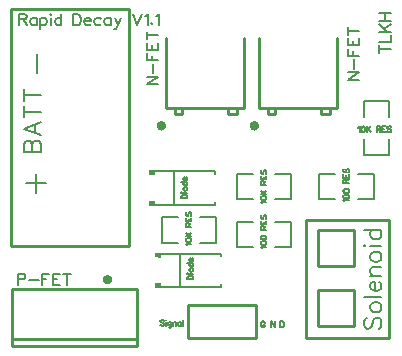
<source format=gto>
G04 Layer: TopSilkscreenLayer*
G04 EasyEDA v6.5.34, 2023-10-05 20:18:03*
G04 Gerber Generator version 0.2*
G04 Scale: 100 percent, Rotated: No, Reflected: No *
G04 Dimensions in millimeters *
G04 leading zeros omitted , absolute positions ,4 integer and 5 decimal *
%FSLAX45Y45*%
%MOMM*%

%ADD10C,0.2032*%
%ADD11C,0.2030*%
%ADD12C,0.2540*%
%ADD13C,0.1524*%
%ADD14C,0.4000*%
%ADD15C,0.0199*%

%LPD*%
D10*
X839215Y12966700D02*
G01*
X982471Y12966700D01*
X839215Y12966700D02*
G01*
X839215Y13028168D01*
X846073Y13048487D01*
X852931Y13055345D01*
X866394Y13062204D01*
X880110Y13062204D01*
X893826Y13055345D01*
X900684Y13048487D01*
X907542Y13028168D01*
X907542Y12966700D02*
G01*
X907542Y13028168D01*
X914145Y13048487D01*
X921004Y13055345D01*
X934720Y13062204D01*
X955039Y13062204D01*
X968755Y13055345D01*
X975613Y13048487D01*
X982471Y13028168D01*
X982471Y12966700D01*
X839215Y13161771D02*
G01*
X982471Y13107162D01*
X839215Y13161771D02*
G01*
X982471Y13216128D01*
X934720Y13127481D02*
G01*
X934720Y13195807D01*
X839215Y13309092D02*
G01*
X982471Y13309092D01*
X839215Y13261339D02*
G01*
X839215Y13356589D01*
X839215Y13449300D02*
G01*
X982471Y13449300D01*
X839215Y13401802D02*
G01*
X839215Y13497052D01*
X3582161Y13576300D02*
G01*
X3677665Y13576300D01*
X3582161Y13576300D02*
G01*
X3677665Y13640054D01*
X3582161Y13640054D02*
G01*
X3677665Y13640054D01*
X3636518Y13670026D02*
G01*
X3636518Y13751813D01*
X3582161Y13781786D02*
G01*
X3677665Y13781786D01*
X3582161Y13781786D02*
G01*
X3582161Y13840968D01*
X3627627Y13781786D02*
G01*
X3627627Y13818107D01*
X3582161Y13870939D02*
G01*
X3677665Y13870939D01*
X3582161Y13870939D02*
G01*
X3582161Y13929868D01*
X3627627Y13870939D02*
G01*
X3627627Y13907262D01*
X3677665Y13870939D02*
G01*
X3677665Y13929868D01*
X3582161Y13991844D02*
G01*
X3677665Y13991844D01*
X3582161Y13959839D02*
G01*
X3582161Y14023594D01*
X1880362Y13538200D02*
G01*
X1975865Y13538200D01*
X1880362Y13538200D02*
G01*
X1975865Y13601954D01*
X1880362Y13601954D02*
G01*
X1975865Y13601954D01*
X1934718Y13631926D02*
G01*
X1934718Y13713713D01*
X1880362Y13743686D02*
G01*
X1975865Y13743686D01*
X1880362Y13743686D02*
G01*
X1880362Y13802868D01*
X1925828Y13743686D02*
G01*
X1925828Y13780007D01*
X1880362Y13832839D02*
G01*
X1975865Y13832839D01*
X1880362Y13832839D02*
G01*
X1880362Y13891768D01*
X1925828Y13832839D02*
G01*
X1925828Y13869162D01*
X1975865Y13832839D02*
G01*
X1975865Y13891768D01*
X1880362Y13953744D02*
G01*
X1975865Y13953744D01*
X1880362Y13921739D02*
G01*
X1880362Y13985494D01*
X2171954Y12573000D02*
G01*
X2219706Y12573000D01*
X2171954Y12573000D02*
G01*
X2171954Y12589002D01*
X2174240Y12595605D01*
X2178811Y12600178D01*
X2183384Y12602463D01*
X2190241Y12604750D01*
X2201672Y12604750D01*
X2208529Y12602463D01*
X2212847Y12600178D01*
X2217420Y12595605D01*
X2219706Y12589002D01*
X2219706Y12573000D01*
X2171954Y12619736D02*
G01*
X2174240Y12622021D01*
X2171954Y12624308D01*
X2169668Y12622021D01*
X2171954Y12619736D01*
X2187956Y12622021D02*
G01*
X2219706Y12622021D01*
X2187956Y12650724D02*
G01*
X2190241Y12646152D01*
X2194813Y12641579D01*
X2201672Y12639294D01*
X2206243Y12639294D01*
X2212847Y12641579D01*
X2217420Y12646152D01*
X2219706Y12650724D01*
X2219706Y12657581D01*
X2217420Y12662154D01*
X2212847Y12666726D01*
X2206243Y12669012D01*
X2201672Y12669012D01*
X2194813Y12666726D01*
X2190241Y12662154D01*
X2187956Y12657581D01*
X2187956Y12650724D01*
X2171954Y12711176D02*
G01*
X2219706Y12711176D01*
X2194813Y12711176D02*
G01*
X2190241Y12706604D01*
X2187956Y12702031D01*
X2187956Y12695174D01*
X2190241Y12690602D01*
X2194813Y12686284D01*
X2201672Y12683997D01*
X2206243Y12683997D01*
X2212847Y12686284D01*
X2217420Y12690602D01*
X2219706Y12695174D01*
X2219706Y12702031D01*
X2217420Y12706604D01*
X2212847Y12711176D01*
X2201672Y12726162D02*
G01*
X2201672Y12753339D01*
X2197100Y12753339D01*
X2192527Y12751308D01*
X2190241Y12749021D01*
X2187956Y12744450D01*
X2187956Y12737592D01*
X2190241Y12733020D01*
X2194813Y12728447D01*
X2201672Y12726162D01*
X2206243Y12726162D01*
X2212847Y12728447D01*
X2217420Y12733020D01*
X2219706Y12737592D01*
X2219706Y12744450D01*
X2217420Y12749021D01*
X2212847Y12753339D01*
X2854197Y12534900D02*
G01*
X2851911Y12539471D01*
X2845054Y12546329D01*
X2892806Y12546329D01*
X2845054Y12574778D02*
G01*
X2847340Y12568174D01*
X2854197Y12563602D01*
X2865627Y12561315D01*
X2872486Y12561315D01*
X2883661Y12563602D01*
X2890520Y12568174D01*
X2892806Y12574778D01*
X2892806Y12579350D01*
X2890520Y12586208D01*
X2883661Y12590779D01*
X2872486Y12593065D01*
X2865627Y12593065D01*
X2854197Y12590779D01*
X2847340Y12586208D01*
X2845054Y12579350D01*
X2845054Y12574778D01*
X2845054Y12608052D02*
G01*
X2892806Y12608052D01*
X2845054Y12639802D02*
G01*
X2877058Y12608052D01*
X2865627Y12619481D02*
G01*
X2892806Y12639802D01*
X2845054Y12689839D02*
G01*
X2892806Y12689839D01*
X2845054Y12689839D02*
G01*
X2845054Y12710413D01*
X2847340Y12717271D01*
X2849625Y12719558D01*
X2854197Y12721844D01*
X2858770Y12721844D01*
X2863341Y12719558D01*
X2865627Y12717271D01*
X2867913Y12710413D01*
X2867913Y12689839D01*
X2867913Y12705842D02*
G01*
X2892806Y12721844D01*
X2845054Y12736829D02*
G01*
X2892806Y12736829D01*
X2845054Y12736829D02*
G01*
X2845054Y12766294D01*
X2867913Y12736829D02*
G01*
X2867913Y12754863D01*
X2892806Y12736829D02*
G01*
X2892806Y12766294D01*
X2851911Y12813029D02*
G01*
X2847340Y12808458D01*
X2845054Y12801600D01*
X2845054Y12792710D01*
X2847340Y12785852D01*
X2851911Y12781279D01*
X2856484Y12781279D01*
X2861056Y12783565D01*
X2863341Y12785852D01*
X2865627Y12790424D01*
X2870200Y12803886D01*
X2872486Y12808458D01*
X2874772Y12810744D01*
X2879343Y12813029D01*
X2885947Y12813029D01*
X2890520Y12808458D01*
X2892806Y12801600D01*
X2892806Y12792710D01*
X2890520Y12785852D01*
X2885947Y12781279D01*
X3670300Y13173202D02*
G01*
X3674872Y13175487D01*
X3681729Y13182345D01*
X3681729Y13134594D01*
X3710177Y13182345D02*
G01*
X3703574Y13180060D01*
X3699002Y13173202D01*
X3696715Y13161771D01*
X3696715Y13154913D01*
X3699002Y13143737D01*
X3703574Y13136879D01*
X3710177Y13134594D01*
X3714750Y13134594D01*
X3721608Y13136879D01*
X3726179Y13143737D01*
X3728465Y13154913D01*
X3728465Y13161771D01*
X3726179Y13173202D01*
X3721608Y13180060D01*
X3714750Y13182345D01*
X3710177Y13182345D01*
X3743452Y13182345D02*
G01*
X3743452Y13134594D01*
X3775202Y13182345D02*
G01*
X3743452Y13150342D01*
X3754881Y13161771D02*
G01*
X3775202Y13134594D01*
X3825240Y13182345D02*
G01*
X3825240Y13134594D01*
X3825240Y13182345D02*
G01*
X3845813Y13182345D01*
X3852672Y13180060D01*
X3854958Y13177774D01*
X3857243Y13173202D01*
X3857243Y13168629D01*
X3854958Y13164057D01*
X3852672Y13161771D01*
X3845813Y13159486D01*
X3825240Y13159486D01*
X3841241Y13159486D02*
G01*
X3857243Y13134594D01*
X3872229Y13182345D02*
G01*
X3872229Y13134594D01*
X3872229Y13182345D02*
G01*
X3901693Y13182345D01*
X3872229Y13159486D02*
G01*
X3890263Y13159486D01*
X3872229Y13134594D02*
G01*
X3901693Y13134594D01*
X3948429Y13175487D02*
G01*
X3943858Y13180060D01*
X3937000Y13182345D01*
X3928109Y13182345D01*
X3921252Y13180060D01*
X3916679Y13175487D01*
X3916679Y13170916D01*
X3918965Y13166344D01*
X3921252Y13164057D01*
X3925824Y13161771D01*
X3939286Y13157200D01*
X3943858Y13154913D01*
X3946143Y13152628D01*
X3948429Y13148055D01*
X3948429Y13141452D01*
X3943858Y13136879D01*
X3937000Y13134594D01*
X3928109Y13134594D01*
X3921252Y13136879D01*
X3916679Y13141452D01*
X2219197Y12179300D02*
G01*
X2216911Y12183871D01*
X2210054Y12190729D01*
X2257806Y12190729D01*
X2210054Y12219178D02*
G01*
X2212340Y12212574D01*
X2219197Y12208002D01*
X2230627Y12205715D01*
X2237486Y12205715D01*
X2248661Y12208002D01*
X2255520Y12212574D01*
X2257806Y12219178D01*
X2257806Y12223750D01*
X2255520Y12230608D01*
X2248661Y12235179D01*
X2237486Y12237465D01*
X2230627Y12237465D01*
X2219197Y12235179D01*
X2212340Y12230608D01*
X2210054Y12223750D01*
X2210054Y12219178D01*
X2210054Y12252452D02*
G01*
X2257806Y12252452D01*
X2210054Y12284202D02*
G01*
X2242058Y12252452D01*
X2230627Y12263881D02*
G01*
X2257806Y12284202D01*
X2210054Y12334239D02*
G01*
X2257806Y12334239D01*
X2210054Y12334239D02*
G01*
X2210054Y12354813D01*
X2212340Y12361671D01*
X2214625Y12363958D01*
X2219197Y12366244D01*
X2223770Y12366244D01*
X2228341Y12363958D01*
X2230627Y12361671D01*
X2232913Y12354813D01*
X2232913Y12334239D01*
X2232913Y12350242D02*
G01*
X2257806Y12366244D01*
X2210054Y12381229D02*
G01*
X2257806Y12381229D01*
X2210054Y12381229D02*
G01*
X2210054Y12410694D01*
X2232913Y12381229D02*
G01*
X2232913Y12399263D01*
X2257806Y12381229D02*
G01*
X2257806Y12410694D01*
X2216911Y12457429D02*
G01*
X2212340Y12452858D01*
X2210054Y12446000D01*
X2210054Y12437110D01*
X2212340Y12430252D01*
X2216911Y12425679D01*
X2221484Y12425679D01*
X2226056Y12427965D01*
X2228341Y12430252D01*
X2230627Y12434824D01*
X2235200Y12448286D01*
X2237486Y12452858D01*
X2239772Y12455144D01*
X2244343Y12457429D01*
X2250947Y12457429D01*
X2255520Y12452858D01*
X2257806Y12446000D01*
X2257806Y12437110D01*
X2255520Y12430252D01*
X2250947Y12425679D01*
X2854197Y12153900D02*
G01*
X2851911Y12158471D01*
X2845054Y12165329D01*
X2892806Y12165329D01*
X2845054Y12193778D02*
G01*
X2847340Y12187174D01*
X2854197Y12182602D01*
X2865627Y12180315D01*
X2872486Y12180315D01*
X2883661Y12182602D01*
X2890520Y12187174D01*
X2892806Y12193778D01*
X2892806Y12198350D01*
X2890520Y12205208D01*
X2883661Y12209779D01*
X2872486Y12212065D01*
X2865627Y12212065D01*
X2854197Y12209779D01*
X2847340Y12205208D01*
X2845054Y12198350D01*
X2845054Y12193778D01*
X2845054Y12240768D02*
G01*
X2847340Y12233910D01*
X2854197Y12229337D01*
X2865627Y12227052D01*
X2872486Y12227052D01*
X2883661Y12229337D01*
X2890520Y12233910D01*
X2892806Y12240768D01*
X2892806Y12245339D01*
X2890520Y12252197D01*
X2883661Y12256515D01*
X2872486Y12258802D01*
X2865627Y12258802D01*
X2854197Y12256515D01*
X2847340Y12252197D01*
X2845054Y12245339D01*
X2845054Y12240768D01*
X2845054Y12308839D02*
G01*
X2892806Y12308839D01*
X2845054Y12308839D02*
G01*
X2845054Y12329413D01*
X2847340Y12336271D01*
X2849625Y12338558D01*
X2854197Y12340844D01*
X2858770Y12340844D01*
X2863341Y12338558D01*
X2865627Y12336271D01*
X2867913Y12329413D01*
X2867913Y12308839D01*
X2867913Y12324842D02*
G01*
X2892806Y12340844D01*
X2845054Y12355829D02*
G01*
X2892806Y12355829D01*
X2845054Y12355829D02*
G01*
X2845054Y12385294D01*
X2867913Y12355829D02*
G01*
X2867913Y12373863D01*
X2892806Y12355829D02*
G01*
X2892806Y12385294D01*
X2851911Y12432029D02*
G01*
X2847340Y12427458D01*
X2845054Y12420600D01*
X2845054Y12411710D01*
X2847340Y12404852D01*
X2851911Y12400279D01*
X2856484Y12400279D01*
X2861056Y12402565D01*
X2863341Y12404852D01*
X2865627Y12409424D01*
X2870200Y12422886D01*
X2872486Y12427458D01*
X2874772Y12429744D01*
X2879343Y12432029D01*
X2885947Y12432029D01*
X2890520Y12427458D01*
X2892806Y12420600D01*
X2892806Y12411710D01*
X2890520Y12404852D01*
X2885947Y12400279D01*
X3552697Y12547600D02*
G01*
X3550411Y12552171D01*
X3543554Y12559029D01*
X3591306Y12559029D01*
X3543554Y12587478D02*
G01*
X3545840Y12580874D01*
X3552697Y12576302D01*
X3564127Y12574015D01*
X3570986Y12574015D01*
X3582161Y12576302D01*
X3589020Y12580874D01*
X3591306Y12587478D01*
X3591306Y12592050D01*
X3589020Y12598908D01*
X3582161Y12603479D01*
X3570986Y12605765D01*
X3564127Y12605765D01*
X3552697Y12603479D01*
X3545840Y12598908D01*
X3543554Y12592050D01*
X3543554Y12587478D01*
X3543554Y12634468D02*
G01*
X3545840Y12627610D01*
X3552697Y12623037D01*
X3564127Y12620752D01*
X3570986Y12620752D01*
X3582161Y12623037D01*
X3589020Y12627610D01*
X3591306Y12634468D01*
X3591306Y12639039D01*
X3589020Y12645897D01*
X3582161Y12650215D01*
X3570986Y12652502D01*
X3564127Y12652502D01*
X3552697Y12650215D01*
X3545840Y12645897D01*
X3543554Y12639039D01*
X3543554Y12634468D01*
X3543554Y12702539D02*
G01*
X3591306Y12702539D01*
X3543554Y12702539D02*
G01*
X3543554Y12723113D01*
X3545840Y12729971D01*
X3548125Y12732258D01*
X3552697Y12734544D01*
X3557270Y12734544D01*
X3561841Y12732258D01*
X3564127Y12729971D01*
X3566413Y12723113D01*
X3566413Y12702539D01*
X3566413Y12718542D02*
G01*
X3591306Y12734544D01*
X3543554Y12749529D02*
G01*
X3591306Y12749529D01*
X3543554Y12749529D02*
G01*
X3543554Y12778994D01*
X3566413Y12749529D02*
G01*
X3566413Y12767563D01*
X3591306Y12749529D02*
G01*
X3591306Y12778994D01*
X3550411Y12825729D02*
G01*
X3545840Y12821158D01*
X3543554Y12814300D01*
X3543554Y12805410D01*
X3545840Y12798552D01*
X3550411Y12793979D01*
X3554984Y12793979D01*
X3559556Y12796265D01*
X3561841Y12798552D01*
X3564127Y12803124D01*
X3568700Y12816586D01*
X3570986Y12821158D01*
X3573272Y12823444D01*
X3577843Y12825729D01*
X3584447Y12825729D01*
X3589020Y12821158D01*
X3591306Y12814300D01*
X3591306Y12805410D01*
X3589020Y12798552D01*
X3584447Y12793979D01*
X2025650Y11537187D02*
G01*
X2021077Y11541760D01*
X2014474Y11544045D01*
X2005329Y11544045D01*
X1998472Y11541760D01*
X1993900Y11537187D01*
X1993900Y11532615D01*
X1996186Y11528044D01*
X1998472Y11525758D01*
X2003043Y11523471D01*
X2016506Y11518900D01*
X2021077Y11516613D01*
X2023363Y11514328D01*
X2025650Y11509755D01*
X2025650Y11503152D01*
X2021077Y11498579D01*
X2014474Y11496294D01*
X2005329Y11496294D01*
X1998472Y11498579D01*
X1993900Y11503152D01*
X2040636Y11544045D02*
G01*
X2042922Y11541760D01*
X2045208Y11544045D01*
X2042922Y11546331D01*
X2040636Y11544045D01*
X2042922Y11528044D02*
G01*
X2042922Y11496294D01*
X2087625Y11528044D02*
G01*
X2087625Y11491721D01*
X2085340Y11484863D01*
X2083054Y11482578D01*
X2078481Y11480292D01*
X2071624Y11480292D01*
X2067052Y11482578D01*
X2087625Y11521186D02*
G01*
X2083054Y11525758D01*
X2078481Y11528044D01*
X2071624Y11528044D01*
X2067052Y11525758D01*
X2062479Y11521186D01*
X2060193Y11514328D01*
X2060193Y11509755D01*
X2062479Y11503152D01*
X2067052Y11498579D01*
X2071624Y11496294D01*
X2078481Y11496294D01*
X2083054Y11498579D01*
X2087625Y11503152D01*
X2102611Y11528044D02*
G01*
X2102611Y11496294D01*
X2102611Y11518900D02*
G01*
X2109470Y11525758D01*
X2113788Y11528044D01*
X2120645Y11528044D01*
X2125218Y11525758D01*
X2127504Y11518900D01*
X2127504Y11496294D01*
X2169922Y11528044D02*
G01*
X2169922Y11496294D01*
X2169922Y11521186D02*
G01*
X2165350Y11525758D01*
X2160777Y11528044D01*
X2153920Y11528044D01*
X2149347Y11525758D01*
X2144775Y11521186D01*
X2142490Y11514328D01*
X2142490Y11509755D01*
X2144775Y11503152D01*
X2149347Y11498579D01*
X2153920Y11496294D01*
X2160777Y11496294D01*
X2165350Y11498579D01*
X2169922Y11503152D01*
X2184908Y11544045D02*
G01*
X2184908Y11496294D01*
X2222754Y11887200D02*
G01*
X2270506Y11887200D01*
X2222754Y11887200D02*
G01*
X2222754Y11903202D01*
X2225040Y11909805D01*
X2229611Y11914378D01*
X2234184Y11916663D01*
X2241041Y11918950D01*
X2252472Y11918950D01*
X2259329Y11916663D01*
X2263647Y11914378D01*
X2268220Y11909805D01*
X2270506Y11903202D01*
X2270506Y11887200D01*
X2222754Y11933936D02*
G01*
X2225040Y11936221D01*
X2222754Y11938508D01*
X2220468Y11936221D01*
X2222754Y11933936D01*
X2238756Y11936221D02*
G01*
X2270506Y11936221D01*
X2238756Y11964924D02*
G01*
X2241041Y11960352D01*
X2245613Y11955779D01*
X2252472Y11953494D01*
X2257043Y11953494D01*
X2263647Y11955779D01*
X2268220Y11960352D01*
X2270506Y11964924D01*
X2270506Y11971781D01*
X2268220Y11976354D01*
X2263647Y11980926D01*
X2257043Y11983212D01*
X2252472Y11983212D01*
X2245613Y11980926D01*
X2241041Y11976354D01*
X2238756Y11971781D01*
X2238756Y11964924D01*
X2222754Y12025376D02*
G01*
X2270506Y12025376D01*
X2245613Y12025376D02*
G01*
X2241041Y12020804D01*
X2238756Y12016231D01*
X2238756Y12009374D01*
X2241041Y12004802D01*
X2245613Y12000484D01*
X2252472Y11998197D01*
X2257043Y11998197D01*
X2263647Y12000484D01*
X2268220Y12004802D01*
X2270506Y12009374D01*
X2270506Y12016231D01*
X2268220Y12020804D01*
X2263647Y12025376D01*
X2252472Y12040362D02*
G01*
X2252472Y12067539D01*
X2247900Y12067539D01*
X2243327Y12065508D01*
X2241041Y12063221D01*
X2238756Y12058650D01*
X2238756Y12051792D01*
X2241041Y12047220D01*
X2245613Y12042647D01*
X2252472Y12040362D01*
X2257043Y12040362D01*
X2263647Y12042647D01*
X2268220Y12047220D01*
X2270506Y12051792D01*
X2270506Y12058650D01*
X2268220Y12063221D01*
X2263647Y12067539D01*
X800100Y14134337D02*
G01*
X800100Y14038834D01*
X800100Y14134337D02*
G01*
X840994Y14134337D01*
X854710Y14129766D01*
X859281Y14125194D01*
X863854Y14116304D01*
X863854Y14107160D01*
X859281Y14098016D01*
X854710Y14093444D01*
X840994Y14088871D01*
X800100Y14088871D01*
X831850Y14088871D02*
G01*
X863854Y14038834D01*
X948181Y14102587D02*
G01*
X948181Y14038834D01*
X948181Y14088871D02*
G01*
X939292Y14098016D01*
X930147Y14102587D01*
X916431Y14102587D01*
X907287Y14098016D01*
X898397Y14088871D01*
X893826Y14075410D01*
X893826Y14066266D01*
X898397Y14052550D01*
X907287Y14043405D01*
X916431Y14038834D01*
X930147Y14038834D01*
X939292Y14043405D01*
X948181Y14052550D01*
X978407Y14102587D02*
G01*
X978407Y14007084D01*
X978407Y14088871D02*
G01*
X987297Y14098016D01*
X996442Y14102587D01*
X1010157Y14102587D01*
X1019302Y14098016D01*
X1028192Y14088871D01*
X1032763Y14075410D01*
X1032763Y14066266D01*
X1028192Y14052550D01*
X1019302Y14043405D01*
X1010157Y14038834D01*
X996442Y14038834D01*
X987297Y14043405D01*
X978407Y14052550D01*
X1062736Y14134337D02*
G01*
X1067307Y14129766D01*
X1071879Y14134337D01*
X1067307Y14138910D01*
X1062736Y14134337D01*
X1067307Y14102587D02*
G01*
X1067307Y14038834D01*
X1156462Y14134337D02*
G01*
X1156462Y14038834D01*
X1156462Y14088871D02*
G01*
X1147318Y14098016D01*
X1138173Y14102587D01*
X1124712Y14102587D01*
X1115568Y14098016D01*
X1106423Y14088871D01*
X1101852Y14075410D01*
X1101852Y14066266D01*
X1106423Y14052550D01*
X1115568Y14043405D01*
X1124712Y14038834D01*
X1138173Y14038834D01*
X1147318Y14043405D01*
X1156462Y14052550D01*
X1256537Y14134337D02*
G01*
X1256537Y14038834D01*
X1256537Y14134337D02*
G01*
X1288287Y14134337D01*
X1302004Y14129766D01*
X1310894Y14120876D01*
X1315465Y14111731D01*
X1320037Y14098016D01*
X1320037Y14075410D01*
X1315465Y14061694D01*
X1310894Y14052550D01*
X1302004Y14043405D01*
X1288287Y14038834D01*
X1256537Y14038834D01*
X1350010Y14075410D02*
G01*
X1404620Y14075410D01*
X1404620Y14084300D01*
X1400047Y14093444D01*
X1395476Y14098016D01*
X1386586Y14102587D01*
X1372870Y14102587D01*
X1363726Y14098016D01*
X1354581Y14088871D01*
X1350010Y14075410D01*
X1350010Y14066266D01*
X1354581Y14052550D01*
X1363726Y14043405D01*
X1372870Y14038834D01*
X1386586Y14038834D01*
X1395476Y14043405D01*
X1404620Y14052550D01*
X1489202Y14088871D02*
G01*
X1480057Y14098016D01*
X1470913Y14102587D01*
X1457452Y14102587D01*
X1448307Y14098016D01*
X1439163Y14088871D01*
X1434592Y14075410D01*
X1434592Y14066266D01*
X1439163Y14052550D01*
X1448307Y14043405D01*
X1457452Y14038834D01*
X1470913Y14038834D01*
X1480057Y14043405D01*
X1489202Y14052550D01*
X1573784Y14102587D02*
G01*
X1573784Y14038834D01*
X1573784Y14088871D02*
G01*
X1564639Y14098016D01*
X1555495Y14102587D01*
X1542034Y14102587D01*
X1532889Y14098016D01*
X1523745Y14088871D01*
X1519173Y14075410D01*
X1519173Y14066266D01*
X1523745Y14052550D01*
X1532889Y14043405D01*
X1542034Y14038834D01*
X1555495Y14038834D01*
X1564639Y14043405D01*
X1573784Y14052550D01*
X1608328Y14102587D02*
G01*
X1635505Y14038834D01*
X1662937Y14102587D02*
G01*
X1635505Y14038834D01*
X1626362Y14020800D01*
X1617471Y14011655D01*
X1608328Y14007084D01*
X1603755Y14007084D01*
X1762760Y14134337D02*
G01*
X1799081Y14038834D01*
X1835657Y14134337D02*
G01*
X1799081Y14038834D01*
X1865629Y14116304D02*
G01*
X1874520Y14120876D01*
X1888236Y14134337D01*
X1888236Y14038834D01*
X1922779Y14061694D02*
G01*
X1918207Y14057121D01*
X1922779Y14052550D01*
X1927352Y14057121D01*
X1922779Y14061694D01*
X1957324Y14116304D02*
G01*
X1966468Y14120876D01*
X1980184Y14134337D01*
X1980184Y14038834D01*
D11*
X3848861Y13836650D02*
G01*
X3944365Y13836650D01*
X3848861Y13804900D02*
G01*
X3848861Y13868654D01*
X3848861Y13898626D02*
G01*
X3944365Y13898626D01*
X3944365Y13898626D02*
G01*
X3944365Y13952981D01*
X3848861Y13983207D02*
G01*
X3944365Y13983207D01*
X3848861Y14046707D02*
G01*
X3912361Y13983207D01*
X3889756Y14005813D02*
G01*
X3944365Y14046707D01*
X3848861Y14076679D02*
G01*
X3944365Y14076679D01*
X3848861Y14140434D02*
G01*
X3944365Y14140434D01*
X3894327Y14076679D02*
G01*
X3894327Y14140434D01*
D10*
X2878836Y11519915D02*
G01*
X2876550Y11524487D01*
X2871977Y11529060D01*
X2867406Y11531345D01*
X2858515Y11531345D01*
X2853943Y11529060D01*
X2849372Y11524487D01*
X2847086Y11519915D01*
X2844800Y11513058D01*
X2844800Y11501628D01*
X2847086Y11494770D01*
X2849372Y11490452D01*
X2853943Y11485879D01*
X2858515Y11483594D01*
X2867406Y11483594D01*
X2871977Y11485879D01*
X2876550Y11490452D01*
X2878836Y11494770D01*
X2878836Y11501628D01*
X2867406Y11501628D02*
G01*
X2878836Y11501628D01*
X2928874Y11531345D02*
G01*
X2928874Y11483594D01*
X2928874Y11531345D02*
G01*
X2960624Y11483594D01*
X2960624Y11531345D02*
G01*
X2960624Y11483594D01*
X3010661Y11531345D02*
G01*
X3010661Y11483594D01*
X3010661Y11531345D02*
G01*
X3026663Y11531345D01*
X3033522Y11529060D01*
X3038093Y11524487D01*
X3040379Y11519915D01*
X3042411Y11513058D01*
X3042411Y11501628D01*
X3040379Y11494770D01*
X3038093Y11490452D01*
X3033522Y11485879D01*
X3026663Y11483594D01*
X3010661Y11483594D01*
X787400Y11937237D02*
G01*
X787400Y11841734D01*
X787400Y11937237D02*
G01*
X828294Y11937237D01*
X842010Y11932665D01*
X846581Y11928094D01*
X851154Y11919204D01*
X851154Y11905487D01*
X846581Y11896344D01*
X842010Y11891771D01*
X828294Y11887200D01*
X787400Y11887200D01*
X881126Y11882881D02*
G01*
X962913Y11882881D01*
X992886Y11937237D02*
G01*
X992886Y11841734D01*
X992886Y11937237D02*
G01*
X1052068Y11937237D01*
X992886Y11891771D02*
G01*
X1029207Y11891771D01*
X1082039Y11937237D02*
G01*
X1082039Y11841734D01*
X1082039Y11937237D02*
G01*
X1140968Y11937237D01*
X1082039Y11891771D02*
G01*
X1118362Y11891771D01*
X1082039Y11841734D02*
G01*
X1140968Y11841734D01*
X1202944Y11937237D02*
G01*
X1202944Y11841734D01*
X1170939Y11937237D02*
G01*
X1234694Y11937237D01*
D11*
X953488Y13633427D02*
G01*
X953488Y13799797D01*
X857730Y12700485D02*
G01*
X1023846Y12700485D01*
X940788Y12617427D02*
G01*
X940788Y12783797D01*
D10*
X3742682Y11563581D02*
G01*
X3728966Y11549865D01*
X3722108Y11529545D01*
X3722108Y11502113D01*
X3728966Y11481793D01*
X3742682Y11468077D01*
X3756144Y11468077D01*
X3769860Y11474935D01*
X3776718Y11481793D01*
X3783576Y11495255D01*
X3797038Y11536149D01*
X3803896Y11549865D01*
X3810754Y11556723D01*
X3824470Y11563581D01*
X3844790Y11563581D01*
X3858506Y11549865D01*
X3865364Y11529545D01*
X3865364Y11502113D01*
X3858506Y11481793D01*
X3844790Y11468077D01*
X3769860Y11642575D02*
G01*
X3776718Y11628859D01*
X3790434Y11615397D01*
X3810754Y11608539D01*
X3824470Y11608539D01*
X3844790Y11615397D01*
X3858506Y11628859D01*
X3865364Y11642575D01*
X3865364Y11663149D01*
X3858506Y11676611D01*
X3844790Y11690327D01*
X3824470Y11697185D01*
X3810754Y11697185D01*
X3790434Y11690327D01*
X3776718Y11676611D01*
X3769860Y11663149D01*
X3769860Y11642575D01*
X3722108Y11742143D02*
G01*
X3865364Y11742143D01*
X3810754Y11787101D02*
G01*
X3810754Y11868889D01*
X3797038Y11868889D01*
X3783576Y11862285D01*
X3776718Y11855427D01*
X3769860Y11841711D01*
X3769860Y11821137D01*
X3776718Y11807675D01*
X3790434Y11793959D01*
X3810754Y11787101D01*
X3824470Y11787101D01*
X3844790Y11793959D01*
X3858506Y11807675D01*
X3865364Y11821137D01*
X3865364Y11841711D01*
X3858506Y11855427D01*
X3844790Y11868889D01*
X3769860Y11914101D02*
G01*
X3865364Y11914101D01*
X3797038Y11914101D02*
G01*
X3776718Y11934421D01*
X3769860Y11948137D01*
X3769860Y11968457D01*
X3776718Y11982173D01*
X3797038Y11989031D01*
X3865364Y11989031D01*
X3769860Y12068025D02*
G01*
X3776718Y12054563D01*
X3790434Y12040847D01*
X3810754Y12033989D01*
X3824470Y12033989D01*
X3844790Y12040847D01*
X3858506Y12054563D01*
X3865364Y12068025D01*
X3865364Y12088599D01*
X3858506Y12102061D01*
X3844790Y12115777D01*
X3824470Y12122635D01*
X3810754Y12122635D01*
X3790434Y12115777D01*
X3776718Y12102061D01*
X3769860Y12088599D01*
X3769860Y12068025D01*
X3722108Y12167593D02*
G01*
X3728966Y12174451D01*
X3722108Y12181309D01*
X3715250Y12174451D01*
X3722108Y12167593D01*
X3769860Y12174451D02*
G01*
X3865364Y12174451D01*
X3722108Y12308055D02*
G01*
X3865364Y12308055D01*
X3790434Y12308055D02*
G01*
X3776718Y12294339D01*
X3769860Y12280877D01*
X3769860Y12260303D01*
X3776718Y12246587D01*
X3790434Y12233125D01*
X3810754Y12226267D01*
X3824470Y12226267D01*
X3844790Y12233125D01*
X3858506Y12246587D01*
X3865364Y12260303D01*
X3865364Y12280877D01*
X3858506Y12294339D01*
X3844790Y12308055D01*
G36*
X1950161Y12113615D02*
G01*
X1949805Y12073432D01*
X1995779Y12072975D01*
X1995881Y12113615D01*
G37*
G36*
X1951024Y11853824D02*
G01*
X1950618Y11813590D01*
X1996592Y11813133D01*
X1996744Y11853824D01*
G37*
G36*
X1899361Y12812115D02*
G01*
X1899005Y12771932D01*
X1944979Y12771475D01*
X1945081Y12812115D01*
G37*
G36*
X1900224Y12552324D02*
G01*
X1899818Y12512090D01*
X1945792Y12511633D01*
X1945944Y12552324D01*
G37*
D12*
X1800110Y11323774D02*
G01*
X739909Y11323774D01*
X739909Y11803583D01*
X1800110Y11803583D01*
X1800110Y11324282D01*
X1800110Y11323774D01*
X740013Y11383690D02*
G01*
X1800006Y11383690D01*
X2181331Y13335000D02*
G01*
X2181331Y13288162D01*
X2120900Y13288162D01*
X2120900Y13335000D01*
X2645458Y13335000D02*
G01*
X2645458Y13288162D01*
X2565400Y13288162D01*
X2565400Y13335000D01*
X2705100Y13931900D02*
G01*
X2705100Y13335000D01*
X2044700Y13335000D01*
X2044700Y13931900D01*
X2968731Y13335000D02*
G01*
X2968731Y13288162D01*
X2908300Y13288162D01*
X2908300Y13335000D01*
X3432858Y13335000D02*
G01*
X3432858Y13288162D01*
X3352800Y13288162D01*
X3352800Y13335000D01*
X3492500Y13931900D02*
G01*
X3492500Y13335000D01*
X2832100Y13335000D01*
X2832100Y13931900D01*
X730247Y12172924D02*
G01*
X730247Y14172920D01*
X1730245Y14172920D01*
X1730245Y12172924D01*
X730247Y12172924D01*
D13*
X2775079Y12782509D02*
G01*
X2639087Y12782509D01*
X2639087Y12566690D01*
X2775079Y12566690D01*
X2965320Y12782509D02*
G01*
X3101312Y12782509D01*
X3101312Y12566690D01*
X2965320Y12566690D01*
X2775079Y12376109D02*
G01*
X2639087Y12376109D01*
X2639087Y12160290D01*
X2775079Y12160290D01*
X2965320Y12376109D02*
G01*
X3101312Y12376109D01*
X3101312Y12160290D01*
X2965320Y12160290D01*
X3473571Y12782483D02*
G01*
X3337580Y12782483D01*
X3337580Y12566665D01*
X3473571Y12566665D01*
X3663812Y12782483D02*
G01*
X3799804Y12782483D01*
X3799804Y12566665D01*
X3663812Y12566665D01*
X3714790Y13074779D02*
G01*
X3714790Y12938787D01*
X3930609Y12938787D01*
X3930609Y13074779D01*
X3714790Y13265020D02*
G01*
X3714790Y13401012D01*
X3930609Y13401012D01*
X3930609Y13265020D01*
X2140079Y12414209D02*
G01*
X2004087Y12414209D01*
X2004087Y12198390D01*
X2140079Y12198390D01*
X2330320Y12414209D02*
G01*
X2466312Y12414209D01*
X2466312Y12198390D01*
X2330320Y12198390D01*
X2159508Y12106020D02*
G01*
X2159508Y11820779D01*
X1988281Y12106020D02*
G01*
X2507518Y12106020D01*
X2507228Y11845838D02*
G01*
X2507896Y11821916D01*
X2507518Y12106020D02*
G01*
X2508186Y12082099D01*
X1988281Y11820779D02*
G01*
X2507518Y11820779D01*
X2108708Y12804520D02*
G01*
X2108708Y12519279D01*
X1937481Y12804520D02*
G01*
X2456718Y12804520D01*
X2456428Y12544338D02*
G01*
X2457096Y12520416D01*
X2456718Y12804520D02*
G01*
X2457386Y12780599D01*
X1937481Y12519279D02*
G01*
X2456718Y12519279D01*
D12*
X2802610Y11391595D02*
G01*
X2226614Y11391595D01*
X2226614Y11670588D01*
X2802610Y11670588D01*
X2802610Y11391595D01*
X3225792Y11391877D02*
G01*
X3225792Y12391875D01*
X3925790Y12391875D01*
X3925790Y11391877D01*
X3225792Y11391877D01*
X3327392Y12001477D02*
G01*
X3327392Y12306277D01*
X3632192Y12306277D01*
X3632192Y12001477D01*
X3327392Y12001477D01*
X3327392Y11493477D02*
G01*
X3327392Y11798277D01*
X3632192Y11798277D01*
X3632192Y11493477D01*
X3327392Y11493477D01*
D14*
G75*
G01*
X1547007Y11866182D02*
G03*
X1546753Y11866182I-127J19999D01*
G75*
G01*
X2022894Y13188627D02*
G03*
X2022894Y13188373I-19999J-127D01*
G75*
G01*
X2810294Y13188627D02*
G03*
X2810294Y13188373I-19999J-127D01*
M02*

</source>
